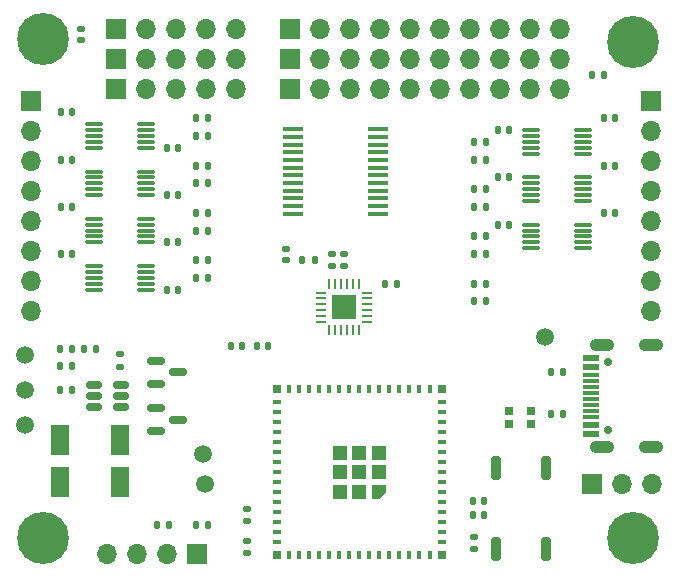
<source format=gts>
G04 #@! TF.GenerationSoftware,KiCad,Pcbnew,(6.0.11)*
G04 #@! TF.CreationDate,2023-03-15T17:37:52+01:00*
G04 #@! TF.ProjectId,ProtoBoard,50726f74-6f42-46f6-9172-642e6b696361,rev?*
G04 #@! TF.SameCoordinates,Original*
G04 #@! TF.FileFunction,Soldermask,Top*
G04 #@! TF.FilePolarity,Negative*
%FSLAX46Y46*%
G04 Gerber Fmt 4.6, Leading zero omitted, Abs format (unit mm)*
G04 Created by KiCad (PCBNEW (6.0.11)) date 2023-03-15 17:37:52*
%MOMM*%
%LPD*%
G01*
G04 APERTURE LIST*
G04 Aperture macros list*
%AMRoundRect*
0 Rectangle with rounded corners*
0 $1 Rounding radius*
0 $2 $3 $4 $5 $6 $7 $8 $9 X,Y pos of 4 corners*
0 Add a 4 corners polygon primitive as box body*
4,1,4,$2,$3,$4,$5,$6,$7,$8,$9,$2,$3,0*
0 Add four circle primitives for the rounded corners*
1,1,$1+$1,$2,$3*
1,1,$1+$1,$4,$5*
1,1,$1+$1,$6,$7*
1,1,$1+$1,$8,$9*
0 Add four rect primitives between the rounded corners*
20,1,$1+$1,$2,$3,$4,$5,0*
20,1,$1+$1,$4,$5,$6,$7,0*
20,1,$1+$1,$6,$7,$8,$9,0*
20,1,$1+$1,$8,$9,$2,$3,0*%
%AMFreePoly0*
4,1,6,0.600000,-0.600000,-0.600000,-0.600000,-0.600000,0.000000,0.000000,0.600000,0.600000,0.600000,0.600000,-0.600000,0.600000,-0.600000,$1*%
G04 Aperture macros list end*
%ADD10RoundRect,0.140000X-0.140000X-0.170000X0.140000X-0.170000X0.140000X0.170000X-0.140000X0.170000X0*%
%ADD11RoundRect,0.135000X-0.135000X-0.185000X0.135000X-0.185000X0.135000X0.185000X-0.135000X0.185000X0*%
%ADD12R,1.700000X1.700000*%
%ADD13O,1.700000X1.700000*%
%ADD14RoundRect,0.135000X0.135000X0.185000X-0.135000X0.185000X-0.135000X-0.185000X0.135000X-0.185000X0*%
%ADD15RoundRect,0.140000X0.140000X0.170000X-0.140000X0.170000X-0.140000X-0.170000X0.140000X-0.170000X0*%
%ADD16RoundRect,0.075000X0.650000X0.075000X-0.650000X0.075000X-0.650000X-0.075000X0.650000X-0.075000X0*%
%ADD17C,1.500000*%
%ADD18R,0.700000X0.700000*%
%ADD19RoundRect,0.062500X-0.375000X-0.062500X0.375000X-0.062500X0.375000X0.062500X-0.375000X0.062500X0*%
%ADD20RoundRect,0.062500X-0.062500X-0.375000X0.062500X-0.375000X0.062500X0.375000X-0.062500X0.375000X0*%
%ADD21R,2.100000X2.100000*%
%ADD22RoundRect,0.200000X0.200000X0.800000X-0.200000X0.800000X-0.200000X-0.800000X0.200000X-0.800000X0*%
%ADD23RoundRect,0.135000X-0.185000X0.135000X-0.185000X-0.135000X0.185000X-0.135000X0.185000X0.135000X0*%
%ADD24RoundRect,0.250000X-0.550000X1.050000X-0.550000X-1.050000X0.550000X-1.050000X0.550000X1.050000X0*%
%ADD25C,4.400000*%
%ADD26RoundRect,0.075000X-0.650000X-0.075000X0.650000X-0.075000X0.650000X0.075000X-0.650000X0.075000X0*%
%ADD27RoundRect,0.150000X-0.587500X-0.150000X0.587500X-0.150000X0.587500X0.150000X-0.587500X0.150000X0*%
%ADD28R,1.750000X0.450000*%
%ADD29RoundRect,0.140000X0.170000X-0.140000X0.170000X0.140000X-0.170000X0.140000X-0.170000X-0.140000X0*%
%ADD30C,0.700000*%
%ADD31R,1.450000X0.600000*%
%ADD32R,1.450000X0.300000*%
%ADD33O,2.100000X1.050000*%
%ADD34RoundRect,0.150000X0.512500X0.150000X-0.512500X0.150000X-0.512500X-0.150000X0.512500X-0.150000X0*%
%ADD35R,0.800000X0.400000*%
%ADD36R,0.400000X0.800000*%
%ADD37R,1.200000X1.200000*%
%ADD38FreePoly0,180.000000*%
%ADD39R,0.800000X0.800000*%
G04 APERTURE END LIST*
D10*
X66570000Y-90550000D03*
X67530000Y-90550000D03*
D11*
X87140000Y-78750000D03*
X88160000Y-78750000D03*
X72640000Y-83250000D03*
X73660000Y-83250000D03*
D12*
X71600000Y-66190000D03*
D13*
X74140000Y-66190000D03*
X76680000Y-66190000D03*
X79220000Y-66190000D03*
X81760000Y-66190000D03*
X84300000Y-66190000D03*
X86840000Y-66190000D03*
X89380000Y-66190000D03*
X91920000Y-66190000D03*
X94460000Y-66190000D03*
D12*
X56825000Y-68730000D03*
D13*
X59365000Y-68730000D03*
X61905000Y-68730000D03*
X64445000Y-68730000D03*
X66985000Y-68730000D03*
D14*
X64660000Y-71250000D03*
X63640000Y-71250000D03*
D15*
X90130000Y-72250000D03*
X89170000Y-72250000D03*
D10*
X61170000Y-85750000D03*
X62130000Y-85750000D03*
D12*
X71600000Y-68730000D03*
D13*
X74140000Y-68730000D03*
X76680000Y-68730000D03*
X79220000Y-68730000D03*
X81760000Y-68730000D03*
X84300000Y-68730000D03*
X86840000Y-68730000D03*
X89380000Y-68730000D03*
X91920000Y-68730000D03*
X94460000Y-68730000D03*
D16*
X59350000Y-81750000D03*
X59350000Y-81250000D03*
X59350000Y-80750000D03*
X59350000Y-80250000D03*
X59350000Y-79750000D03*
X54950000Y-79750000D03*
X54950000Y-80250000D03*
X54950000Y-80750000D03*
X54950000Y-81250000D03*
X54950000Y-81750000D03*
D17*
X49150000Y-94250000D03*
X64250000Y-99650000D03*
D18*
X91965000Y-97100000D03*
X91965000Y-96000000D03*
X90135000Y-96000000D03*
X90135000Y-97100000D03*
D15*
X53130000Y-70750000D03*
X52170000Y-70750000D03*
D12*
X71600000Y-63650000D03*
D13*
X74140000Y-63650000D03*
X76680000Y-63650000D03*
X79220000Y-63650000D03*
X81760000Y-63650000D03*
X84300000Y-63650000D03*
X86840000Y-63650000D03*
X89380000Y-63650000D03*
X91920000Y-63650000D03*
X94460000Y-63650000D03*
D19*
X74212500Y-86000000D03*
X74212500Y-86500000D03*
X74212500Y-87000000D03*
X74212500Y-87500000D03*
X74212500Y-88000000D03*
X74212500Y-88500000D03*
D20*
X74900000Y-89187500D03*
X75400000Y-89187500D03*
X75900000Y-89187500D03*
X76400000Y-89187500D03*
X76900000Y-89187500D03*
X77400000Y-89187500D03*
D19*
X78087500Y-88500000D03*
X78087500Y-88000000D03*
X78087500Y-87500000D03*
X78087500Y-87000000D03*
X78087500Y-86500000D03*
X78087500Y-86000000D03*
D20*
X77400000Y-85312500D03*
X76900000Y-85312500D03*
X76400000Y-85312500D03*
X75900000Y-85312500D03*
X75400000Y-85312500D03*
X74900000Y-85312500D03*
D21*
X76150000Y-87250000D03*
D22*
X93250000Y-107750000D03*
X89050000Y-107750000D03*
D14*
X64660000Y-105650000D03*
X63640000Y-105650000D03*
X64660000Y-83250000D03*
X63640000Y-83250000D03*
D11*
X87140000Y-81250000D03*
X88160000Y-81250000D03*
D10*
X61170000Y-77750000D03*
X62130000Y-77750000D03*
D23*
X75150000Y-82740000D03*
X75150000Y-83760000D03*
D12*
X102150000Y-69750000D03*
D13*
X102150000Y-72290000D03*
X102150000Y-74830000D03*
X102150000Y-77370000D03*
X102150000Y-79910000D03*
X102150000Y-82450000D03*
X102150000Y-84990000D03*
X102150000Y-87530000D03*
D11*
X87140000Y-85250000D03*
X88160000Y-85250000D03*
D10*
X87070000Y-104850000D03*
X88030000Y-104850000D03*
D24*
X57150000Y-98450000D03*
X57150000Y-102050000D03*
D11*
X87140000Y-73250000D03*
X88160000Y-73250000D03*
D15*
X69730000Y-90550000D03*
X68770000Y-90550000D03*
D14*
X64660000Y-79250000D03*
X63640000Y-79250000D03*
D25*
X50650000Y-64550000D03*
D22*
X93250000Y-100850000D03*
X89050000Y-100850000D03*
D11*
X87140000Y-74750000D03*
X88160000Y-74750000D03*
D10*
X98170000Y-71250000D03*
X99130000Y-71250000D03*
D15*
X90130000Y-80250000D03*
X89170000Y-80250000D03*
D16*
X59350000Y-73750000D03*
X59350000Y-73250000D03*
X59350000Y-72750000D03*
X59350000Y-72250000D03*
X59350000Y-71750000D03*
X54950000Y-71750000D03*
X54950000Y-72250000D03*
X54950000Y-72750000D03*
X54950000Y-73250000D03*
X54950000Y-73750000D03*
D12*
X56825000Y-66190000D03*
D13*
X59365000Y-66190000D03*
X61905000Y-66190000D03*
X64445000Y-66190000D03*
X66985000Y-66190000D03*
D17*
X64350000Y-102250000D03*
D26*
X91950000Y-72250000D03*
X91950000Y-72750000D03*
X91950000Y-73250000D03*
X91950000Y-73750000D03*
X91950000Y-74250000D03*
X96350000Y-74250000D03*
X96350000Y-73750000D03*
X96350000Y-73250000D03*
X96350000Y-72750000D03*
X96350000Y-72250000D03*
D12*
X56825000Y-63650000D03*
D13*
X59365000Y-63650000D03*
X61905000Y-63650000D03*
X64445000Y-63650000D03*
X66985000Y-63650000D03*
D14*
X64660000Y-72750000D03*
X63640000Y-72750000D03*
D12*
X97150000Y-102250000D03*
D13*
X99690000Y-102250000D03*
X102230000Y-102250000D03*
D14*
X94660000Y-92750000D03*
X93640000Y-92750000D03*
D10*
X87070000Y-103650000D03*
X88030000Y-103650000D03*
X98170000Y-79250000D03*
X99130000Y-79250000D03*
D11*
X60340000Y-105650000D03*
X61360000Y-105650000D03*
D25*
X50650000Y-106750000D03*
D17*
X93150000Y-89750000D03*
D27*
X60212500Y-91800000D03*
X60212500Y-93700000D03*
X62087500Y-92750000D03*
D14*
X53160000Y-92250000D03*
X52140000Y-92250000D03*
D11*
X87140000Y-82750000D03*
X88160000Y-82750000D03*
X87140000Y-86750000D03*
X88160000Y-86750000D03*
X93640000Y-96250000D03*
X94660000Y-96250000D03*
D15*
X53130000Y-78750000D03*
X52170000Y-78750000D03*
D27*
X60212500Y-95800000D03*
X60212500Y-97700000D03*
X62087500Y-96750000D03*
D10*
X61170000Y-81750000D03*
X62130000Y-81750000D03*
D14*
X64660000Y-76750000D03*
X63640000Y-76750000D03*
D17*
X49150000Y-91250000D03*
D10*
X97170000Y-67550000D03*
X98130000Y-67550000D03*
D14*
X64660000Y-84750000D03*
X63640000Y-84750000D03*
D16*
X59350000Y-77750000D03*
X59350000Y-77250000D03*
X59350000Y-76750000D03*
X59350000Y-76250000D03*
X59350000Y-75750000D03*
X54950000Y-75750000D03*
X54950000Y-76250000D03*
X54950000Y-76750000D03*
X54950000Y-77250000D03*
X54950000Y-77750000D03*
D17*
X49150000Y-97250000D03*
D23*
X76150000Y-82740000D03*
X76150000Y-83760000D03*
D16*
X59350000Y-85750000D03*
X59350000Y-85250000D03*
X59350000Y-84750000D03*
X59350000Y-84250000D03*
X59350000Y-83750000D03*
X54950000Y-83750000D03*
X54950000Y-84250000D03*
X54950000Y-84750000D03*
X54950000Y-85250000D03*
X54950000Y-85750000D03*
D26*
X91950000Y-80250000D03*
X91950000Y-80750000D03*
X91950000Y-81250000D03*
X91950000Y-81750000D03*
X91950000Y-82250000D03*
X96350000Y-82250000D03*
X96350000Y-81750000D03*
X96350000Y-81250000D03*
X96350000Y-80750000D03*
X96350000Y-80250000D03*
D28*
X71850000Y-72175000D03*
X71850000Y-72825000D03*
X71850000Y-73475000D03*
X71850000Y-74125000D03*
X71850000Y-74775000D03*
X71850000Y-75425000D03*
X71850000Y-76075000D03*
X71850000Y-76725000D03*
X71850000Y-77375000D03*
X71850000Y-78025000D03*
X71850000Y-78675000D03*
X71850000Y-79325000D03*
X79050000Y-79325000D03*
X79050000Y-78675000D03*
X79050000Y-78025000D03*
X79050000Y-77375000D03*
X79050000Y-76725000D03*
X79050000Y-76075000D03*
X79050000Y-75425000D03*
X79050000Y-74775000D03*
X79050000Y-74125000D03*
X79050000Y-73475000D03*
X79050000Y-72825000D03*
X79050000Y-72175000D03*
D11*
X52140000Y-90750000D03*
X53160000Y-90750000D03*
X54140000Y-90750000D03*
X55160000Y-90750000D03*
D24*
X52150000Y-98450000D03*
X52150000Y-102050000D03*
D14*
X64660000Y-75250000D03*
X63640000Y-75250000D03*
D23*
X57150000Y-91240000D03*
X57150000Y-92260000D03*
D14*
X53160000Y-94250000D03*
X52140000Y-94250000D03*
D23*
X67950000Y-104340000D03*
X67950000Y-105360000D03*
D29*
X71250000Y-83230000D03*
X71250000Y-82270000D03*
D12*
X49650000Y-69750000D03*
D13*
X49650000Y-72290000D03*
X49650000Y-74830000D03*
X49650000Y-77370000D03*
X49650000Y-79910000D03*
X49650000Y-82450000D03*
X49650000Y-84990000D03*
X49650000Y-87530000D03*
D15*
X90130000Y-76250000D03*
X89170000Y-76250000D03*
D11*
X87140000Y-77250000D03*
X88160000Y-77250000D03*
D10*
X61170000Y-73750000D03*
X62130000Y-73750000D03*
D30*
X98500000Y-91860000D03*
X98500000Y-97640000D03*
D31*
X97055000Y-98000000D03*
X97055000Y-97200000D03*
D32*
X97055000Y-96000000D03*
X97055000Y-95000000D03*
X97055000Y-94500000D03*
X97055000Y-93500000D03*
D31*
X97055000Y-91500000D03*
X97055000Y-92300000D03*
D32*
X97055000Y-93000000D03*
X97055000Y-94000000D03*
X97055000Y-95500000D03*
X97055000Y-96500000D03*
D33*
X97970000Y-99070000D03*
X97970000Y-90430000D03*
X102150000Y-99070000D03*
X102150000Y-90430000D03*
D10*
X98170000Y-75250000D03*
X99130000Y-75250000D03*
D34*
X57287500Y-95700000D03*
X57287500Y-94750000D03*
X57287500Y-93800000D03*
X55012500Y-93800000D03*
X55012500Y-94750000D03*
X55012500Y-95700000D03*
D29*
X67945000Y-108030000D03*
X67945000Y-107070000D03*
D14*
X64660000Y-80750000D03*
X63640000Y-80750000D03*
D26*
X91950000Y-76250000D03*
X91950000Y-76750000D03*
X91950000Y-77250000D03*
X91950000Y-77750000D03*
X91950000Y-78250000D03*
X96350000Y-78250000D03*
X96350000Y-77750000D03*
X96350000Y-77250000D03*
X96350000Y-76750000D03*
X96350000Y-76250000D03*
D35*
X84445000Y-107150000D03*
X84445000Y-106300000D03*
X84445000Y-105450000D03*
X84445000Y-104600000D03*
X84445000Y-103750000D03*
X84445000Y-102900000D03*
X84445000Y-102050000D03*
X84445000Y-101200000D03*
X84445000Y-100350000D03*
X84445000Y-99500000D03*
X84445000Y-98650000D03*
X84445000Y-97800000D03*
X84445000Y-96950000D03*
X84445000Y-96100000D03*
X84445000Y-95250000D03*
D36*
X83395000Y-94200000D03*
X82545000Y-94200000D03*
X81695000Y-94200000D03*
X80845000Y-94200000D03*
X79995000Y-94200000D03*
X79145000Y-94200000D03*
X78295000Y-94200000D03*
X77445000Y-94200000D03*
X76595000Y-94200000D03*
X75745000Y-94200000D03*
X74895000Y-94200000D03*
X74045000Y-94200000D03*
X73195000Y-94200000D03*
X72345000Y-94200000D03*
X71495000Y-94200000D03*
D35*
X70445000Y-95250000D03*
X70445000Y-96100000D03*
X70445000Y-96950000D03*
X70445000Y-97800000D03*
X70445000Y-98650000D03*
X70445000Y-99500000D03*
X70445000Y-100350000D03*
X70445000Y-101200000D03*
X70445000Y-102050000D03*
X70445000Y-102900000D03*
X70445000Y-103750000D03*
X70445000Y-104600000D03*
X70445000Y-105450000D03*
X70445000Y-106300000D03*
X70445000Y-107150000D03*
D36*
X71495000Y-108200000D03*
X72345000Y-108200000D03*
X73195000Y-108200000D03*
X74045000Y-108200000D03*
X74895000Y-108200000D03*
X75745000Y-108200000D03*
X76595000Y-108200000D03*
X77445000Y-108200000D03*
X78295000Y-108200000D03*
X79145000Y-108200000D03*
X79995000Y-108200000D03*
X80845000Y-108200000D03*
X81695000Y-108200000D03*
X82545000Y-108200000D03*
X83395000Y-108200000D03*
D37*
X75795000Y-101200000D03*
X77445000Y-101200000D03*
D38*
X79095000Y-102850000D03*
D37*
X75795000Y-99550000D03*
X77445000Y-99550000D03*
X79095000Y-99550000D03*
X77445000Y-102850000D03*
X79095000Y-101200000D03*
X75795000Y-102850000D03*
D39*
X84445000Y-108200000D03*
X84445000Y-94200000D03*
X70445000Y-94200000D03*
X70445000Y-108200000D03*
D23*
X87150000Y-106715000D03*
X87150000Y-107735000D03*
D25*
X100650000Y-64750000D03*
D12*
X63750000Y-108150000D03*
D13*
X61210000Y-108150000D03*
X58670000Y-108150000D03*
X56130000Y-108150000D03*
D14*
X80660000Y-85250000D03*
X79640000Y-85250000D03*
D15*
X53130000Y-82750000D03*
X52170000Y-82750000D03*
D29*
X53850000Y-64630000D03*
X53850000Y-63670000D03*
D15*
X53130000Y-74750000D03*
X52170000Y-74750000D03*
D25*
X100650000Y-106750000D03*
M02*

</source>
